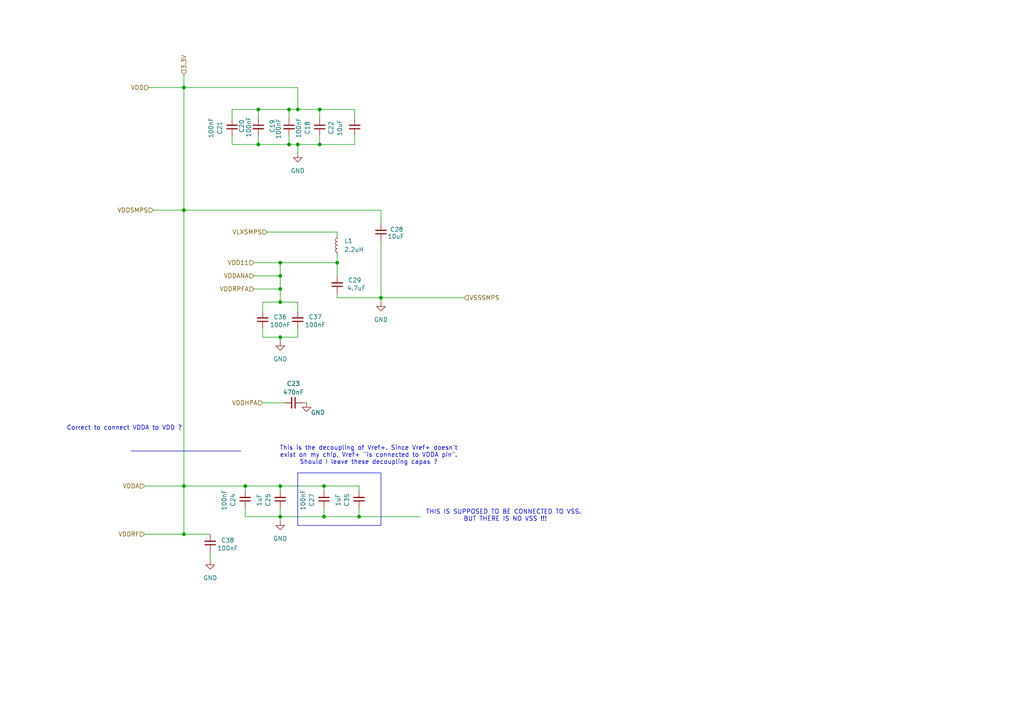
<source format=kicad_sch>
(kicad_sch (version 20250114) (generator "eeschema") (generator_version "9.0")
  (paper "A4")
  (lib_symbols
    (symbol "Device:C_Small" (pin_numbers (hide yes)) (pin_names (offset 0.254) (hide yes))
      (property "Reference" "C" (at 0.254 1.778 0))
      (property "Value" "C_Small" (at 0.254 -2.032 0))
      (symbol "C_Small_0_1"
        (polyline (pts (xy -1.524 0.508) (xy 1.524 0.508)) (stroke (width 0.3048)))
        (polyline (pts (xy -1.524 -0.508) (xy 1.524 -0.508)) (stroke (width 0.3302)))
      )
      (symbol "C_Small_1_1"
        (pin passive line (at 0 2.54 270) (length 2.032) (name "~") (number "1"))
        (pin passive line (at 0 -2.54 90) (length 2.032) (name "~") (number "2"))
      )
    )
    (symbol "Device:L_Small" (pin_numbers (hide yes)) (pin_names (offset 0.254) (hide yes))
      (property "Reference" "L" (at 0.762 1.016 0))
      (property "Value" "L_Small" (at 0.762 -1.016 0))
      (symbol "L_Small_0_1"
        (arc (start 0 2.032) (mid 0.5058 1.524) (end 0 1.016))
        (arc (start 0 1.016) (mid 0.5058 0.508) (end 0 0))
        (arc (start 0 0) (mid 0.5058 -0.508) (end 0 -1.016))
        (arc (start 0 -1.016) (mid 0.5058 -1.524) (end 0 -2.032))
      )
      (symbol "L_Small_1_1"
        (pin passive line (at 0 2.54 270) (length 0.508) (name "~") (number "1"))
        (pin passive line (at 0 -2.54 90) (length 0.508) (name "~") (number "2"))
      )
    )
    (symbol "power:GND" (power) (pin_numbers (hide yes)) (pin_names (offset 0) (hide yes))
      (property "Value" "GND" (at 0 -3.81 0))
      (symbol "GND_0_1"
        (polyline (pts (xy 0 0) (xy 0 -1.27) (xy 1.27 -1.27) (xy 0 -2.54) (xy -1.27 -1.27) (xy 0 -1.27)))
      )
      (symbol "GND_1_1"
        (pin power_in line (at 0 0 270) (length 0) (name "~") (number "1"))
      )
    )
  )
  (text "Correct to connect VDDA to VDD ?" (at 36.068 124.206 0) (effects (font (size 1.27 1.27))))
  (text "This is the decoupling of Vref+. Since Vref+ doesn't\nexist on my chip, Vref+ \"is connected to VDDA pin\".\nShould I leave these decoupling capas ?" (at 106.934 132.08 0) (effects (font (size 1.27 1.27))))
  (text "THIS IS SUPPOSED TO BE CONNECTED TO VSS. \nBUT THERE IS NO VSS !!!\n\n" (at 146.558 150.622 0) (effects (font (size 1.27 1.27))))
  (text_box "\n" (at 86.36 137.16 0) (size 24.13 15.24) (margins 0.9525 0.9525 0.9525 0.9525) (effects (font (size 1.27 1.27)) (justify left top)))
  (text_box "" (at 38.1 130.81 0) (size 31.75 0) (margins 0.9525 0.9525 0.9525 0.9525) (effects (font (size 1.27 1.27)) (justify left top)))
  (junction (at 81.28 83.82))
  (junction (at 71.12 140.97))
  (junction (at 86.36 41.91))
  (junction (at 81.28 97.79))
  (junction (at 81.28 76.2))
  (junction (at 93.98 140.97))
  (junction (at 74.93 31.75))
  (junction (at 74.93 41.91))
  (junction (at 110.49 86.36))
  (junction (at 92.71 31.75))
  (junction (at 92.71 41.91))
  (junction (at 81.28 87.63))
  (junction (at 81.28 140.97))
  (junction (at 86.36 31.75))
  (junction (at 53.34 25.4))
  (junction (at 93.98 149.86))
  (junction (at 81.28 149.86))
  (junction (at 53.34 60.96))
  (junction (at 83.82 41.91))
  (junction (at 53.34 140.97))
  (junction (at 104.14 149.86))
  (junction (at 81.28 80.01))
  (junction (at 53.34 154.94))
  (junction (at 97.79 76.2))
  (junction (at 83.82 31.75))
  (wire (pts (xy 97.79 76.2) (xy 81.28 76.2)))
  (wire (pts (xy 81.28 97.79) (xy 81.28 99.06)))
  (wire (pts (xy 53.34 60.96) (xy 53.34 140.97)))
  (wire (pts (xy 73.66 80.01) (xy 81.28 80.01)))
  (wire (pts (xy 43.18 25.4) (xy 53.34 25.4)))
  (wire (pts (xy 74.93 31.75) (xy 67.31 31.75)))
  (wire (pts (xy 93.98 140.97) (xy 93.98 142.24)))
  (wire (pts (xy 73.66 76.2) (xy 81.28 76.2)))
  (wire (pts (xy 77.47 67.31) (xy 97.79 67.31)))
  (wire (pts (xy 86.36 25.4) (xy 86.36 31.75)))
  (wire (pts (xy 104.14 149.86) (xy 121.92 149.86)))
  (wire (pts (xy 110.49 64.77) (xy 110.49 60.96)))
  (wire (pts (xy 76.2 87.63) (xy 76.2 90.17)))
  (wire (pts (xy 93.98 140.97) (xy 104.14 140.97)))
  (wire (pts (xy 81.28 76.2) (xy 81.28 80.01)))
  (wire (pts (xy 76.2 97.79) (xy 81.28 97.79)))
  (wire (pts (xy 86.36 95.25) (xy 86.36 97.79)))
  (wire (pts (xy 71.12 140.97) (xy 71.12 142.24)))
  (wire (pts (xy 53.34 60.96) (xy 110.49 60.96)))
  (wire (pts (xy 97.79 67.31) (xy 97.79 68.58)))
  (wire (pts (xy 86.36 41.91) (xy 92.71 41.91)))
  (wire (pts (xy 110.49 86.36) (xy 134.62 86.36)))
  (wire (pts (xy 88.9 116.84) (xy 87.63 116.84)))
  (wire (pts (xy 53.34 140.97) (xy 53.34 154.94)))
  (wire (pts (xy 71.12 149.86) (xy 81.28 149.86)))
  (wire (pts (xy 71.12 147.32) (xy 71.12 149.86)))
  (wire (pts (xy 53.34 25.4) (xy 86.36 25.4)))
  (wire (pts (xy 74.93 39.37) (xy 74.93 41.91)))
  (wire (pts (xy 104.14 147.32) (xy 104.14 149.86)))
  (wire (pts (xy 53.34 25.4) (xy 53.34 60.96)))
  (wire (pts (xy 102.87 31.75) (xy 102.87 34.29)))
  (wire (pts (xy 97.79 76.2) (xy 97.79 80.01)))
  (wire (pts (xy 71.12 140.97) (xy 81.28 140.97)))
  (wire (pts (xy 73.66 83.82) (xy 81.28 83.82)))
  (wire (pts (xy 97.79 86.36) (xy 110.49 86.36)))
  (wire (pts (xy 110.49 69.85) (xy 110.49 86.36)))
  (wire (pts (xy 67.31 31.75) (xy 67.31 34.29)))
  (wire (pts (xy 81.28 140.97) (xy 81.28 142.24)))
  (wire (pts (xy 92.71 31.75) (xy 102.87 31.75)))
  (wire (pts (xy 81.28 149.86) (xy 81.28 147.32)))
  (wire (pts (xy 110.49 86.36) (xy 110.49 87.63)))
  (wire (pts (xy 92.71 34.29) (xy 92.71 31.75)))
  (wire (pts (xy 76.2 95.25) (xy 76.2 97.79)))
  (wire (pts (xy 81.28 140.97) (xy 93.98 140.97)))
  (wire (pts (xy 53.34 154.94) (xy 41.91 154.94)))
  (wire (pts (xy 86.36 87.63) (xy 86.36 90.17)))
  (wire (pts (xy 76.2 87.63) (xy 81.28 87.63)))
  (wire (pts (xy 67.31 41.91) (xy 67.31 39.37)))
  (wire (pts (xy 74.93 31.75) (xy 74.93 34.29)))
  (wire (pts (xy 53.34 140.97) (xy 71.12 140.97)))
  (wire (pts (xy 86.36 41.91) (xy 86.36 44.45)))
  (wire (pts (xy 81.28 87.63) (xy 86.36 87.63)))
  (wire (pts (xy 81.28 83.82) (xy 81.28 87.63)))
  (wire (pts (xy 81.28 80.01) (xy 81.28 83.82)))
  (wire (pts (xy 41.91 140.97) (xy 53.34 140.97)))
  (wire (pts (xy 102.87 41.91) (xy 102.87 39.37)))
  (wire (pts (xy 97.79 86.36) (xy 97.79 85.09)))
  (wire (pts (xy 86.36 31.75) (xy 83.82 31.75)))
  (wire (pts (xy 104.14 140.97) (xy 104.14 142.24)))
  (wire (pts (xy 83.82 31.75) (xy 83.82 34.29)))
  (wire (pts (xy 76.2 116.84) (xy 82.55 116.84)))
  (wire (pts (xy 74.93 31.75) (xy 83.82 31.75)))
  (wire (pts (xy 67.31 41.91) (xy 74.93 41.91)))
  (wire (pts (xy 81.28 151.13) (xy 81.28 149.86)))
  (wire (pts (xy 92.71 41.91) (xy 102.87 41.91)))
  (wire (pts (xy 97.79 73.66) (xy 97.79 76.2)))
  (wire (pts (xy 86.36 41.91) (xy 83.82 41.91)))
  (wire (pts (xy 92.71 39.37) (xy 92.71 41.91)))
  (wire (pts (xy 74.93 41.91) (xy 83.82 41.91)))
  (wire (pts (xy 104.14 149.86) (xy 93.98 149.86)))
  (wire (pts (xy 81.28 149.86) (xy 93.98 149.86)))
  (wire (pts (xy 83.82 39.37) (xy 83.82 41.91)))
  (wire (pts (xy 92.71 31.75) (xy 86.36 31.75)))
  (wire (pts (xy 60.96 154.94) (xy 53.34 154.94)))
  (wire (pts (xy 60.96 160.02) (xy 60.96 162.56)))
  (wire (pts (xy 81.28 97.79) (xy 86.36 97.79)))
  (wire (pts (xy 93.98 147.32) (xy 93.98 149.86)))
  (wire (pts (xy 53.34 21.59) (xy 53.34 25.4)))
  (wire (pts (xy 44.45 60.96) (xy 53.34 60.96)))
  (hierarchical_label "3.3V" (shape input) (at 53.34 21.59 90))
  (hierarchical_label "VDDANA" (shape input) (at 73.66 80.01 180))
  (hierarchical_label "VDD" (shape input) (at 43.18 25.4 180))
  (hierarchical_label "VDDRF" (shape input) (at 41.91 154.94 180))
  (hierarchical_label "VSSSMPS" (shape input) (at 134.62 86.36 0))
  (hierarchical_label "VDDRPFA" (shape input) (at 73.66 83.82 180))
  (hierarchical_label "VDD11" (shape input) (at 73.66 76.2 180))
  (hierarchical_label "VDDHPA" (shape input) (at 76.2 116.84 180))
  (hierarchical_label "VDDSMPS" (shape input) (at 44.45 60.96 180))
  (hierarchical_label "VLXSMPS" (shape input) (at 77.47 67.31 180))
  (hierarchical_label "VDDA" (shape input) (at 41.91 140.97 180))
  (symbol (lib_id "Device:C_Small") (at 60.96 157.48 180) (unit 1)
    (property "Reference" "C38" (at 66.04 156.718 0))
    (property "Value" "100nF" (at 66.04 159.004 0))
    (property "Description" "Unpolarized capacitor, small symbol" (effects (hide yes)))
  )
  (symbol (lib_id "Device:C_Small") (at 81.28 144.78 180) (unit 1)
    (property "Reference" "C25" (at 77.724 145.034 90))
    (property "Value" "1uF" (at 75.184 145.034 90))
    (property "Description" "Unpolarized capacitor, small symbol" (effects (hide yes)))
  )
  (symbol (lib_id "Device:L_Small") (at 97.79 71.12 180) (unit 1)
    (property "Reference" "L1" (at 99.822 69.85 0) (effects (justify right)))
    (property "Value" "2.2uH" (at 99.822 72.39 0) (effects (justify right)))
    (property "Description" "Inductor, small symbol" (effects (hide yes)))
  )
  (symbol (lib_id "Device:C_Small") (at 92.71 36.83 180) (unit 1)
    (property "Reference" "C18" (at 89.154 37.084 90))
    (property "Value" "100nF" (at 86.614 37.084 90))
    (property "Description" "Unpolarized capacitor, small symbol" (effects (hide yes)))
  )
  (symbol (lib_id "power:GND") (at 88.9 116.84 0) (unit 1)
    (property "Reference" "#PWR026" (effects (hide yes)))
    (property "Value" "GND" (at 92.202 119.634 0))
    (property "Description" "Power symbol creates a global label with name \"GND\" , ground" (effects (hide yes)))
  )
  (symbol (lib_id "Device:C_Small") (at 93.98 144.78 180) (unit 1)
    (property "Reference" "C27" (at 90.424 145.034 90))
    (property "Value" "100nF" (at 87.884 145.034 90))
    (property "Description" "Unpolarized capacitor, small symbol" (effects (hide yes)))
  )
  (symbol (lib_id "Device:C_Small") (at 83.82 36.83 0) (unit 1)
    (property "Reference" "C19" (at 78.994 36.576 90))
    (property "Value" "100nF" (at 80.772 37.338 90))
    (property "Description" "Unpolarized capacitor, small symbol" (effects (hide yes)))
  )
  (symbol (lib_id "Device:C_Small") (at 97.79 82.55 180) (unit 1)
    (property "Reference" "C29" (at 102.87 81.28 0))
    (property "Value" "4.7uF" (at 103.378 83.566 0))
    (property "Description" "Unpolarized capacitor, small symbol" (effects (hide yes)))
  )
  (symbol (lib_id "power:GND") (at 81.28 99.06 0) (unit 1)
    (property "Reference" "#PWR03" (effects (hide yes)))
    (property "Value" "GND" (at 81.28 104.14 0))
    (property "Description" "Power symbol creates a global label with name \"GND\" , ground" (effects (hide yes)))
  )
  (symbol (lib_id "Device:C_Small") (at 76.2 92.71 180) (unit 1)
    (property "Reference" "C36" (at 81.28 91.948 0))
    (property "Value" "100nF" (at 81.28 94.234 0))
    (property "Description" "Unpolarized capacitor, small symbol" (effects (hide yes)))
  )
  (symbol (lib_id "Device:C_Small") (at 104.14 144.78 180) (unit 1)
    (property "Reference" "C35" (at 100.584 145.034 90))
    (property "Value" "1uF" (at 98.044 145.034 90))
    (property "Description" "Unpolarized capacitor, small symbol" (effects (hide yes)))
  )
  (symbol (lib_id "Device:C_Small") (at 67.31 36.83 180) (unit 1)
    (property "Reference" "C21" (at 63.754 37.084 90))
    (property "Value" "100nF" (at 61.214 37.084 90))
    (property "Description" "Unpolarized capacitor, small symbol" (effects (hide yes)))
  )
  (symbol (lib_id "power:GND") (at 110.49 87.63 0) (unit 1)
    (property "Reference" "#PWR028" (effects (hide yes)))
    (property "Value" "GND" (at 110.49 92.71 0))
    (property "Description" "Power symbol creates a global label with name \"GND\" , ground" (effects (hide yes)))
  )
  (symbol (lib_id "Device:C_Small") (at 102.87 36.83 180) (unit 1)
    (property "Reference" "C22" (at 96.012 37.084 90))
    (property "Value" "10uF" (at 98.552 37.084 90))
    (property "Description" "Unpolarized capacitor, small symbol" (effects (hide yes)))
  )
  (symbol (lib_id "Device:C_Small") (at 85.09 116.84 270) (unit 1)
    (property "Reference" "C23" (at 85.09 111.252 90))
    (property "Value" "470nF" (at 85.09 113.792 90))
    (property "Description" "Unpolarized capacitor, small symbol" (effects (hide yes)))
  )
  (symbol (lib_id "Device:C_Small") (at 71.12 144.78 180) (unit 1)
    (property "Reference" "C24" (at 67.564 145.034 90))
    (property "Value" "100nF" (at 65.024 145.034 90))
    (property "Description" "Unpolarized capacitor, small symbol" (effects (hide yes)))
  )
  (symbol (lib_id "power:GND") (at 81.28 151.13 0) (unit 1)
    (property "Reference" "#PWR024" (effects (hide yes)))
    (property "Value" "GND" (at 81.28 156.21 0))
    (property "Description" "Power symbol creates a global label with name \"GND\" , ground" (effects (hide yes)))
  )
  (symbol (lib_id "power:GND") (at 86.36 44.45 0) (unit 1)
    (property "Reference" "#PWR025" (effects (hide yes)))
    (property "Value" "GND" (at 86.36 49.53 0))
    (property "Description" "Power symbol creates a global label with name \"GND\" , ground" (effects (hide yes)))
  )
  (symbol (lib_id "Device:C_Small") (at 110.49 67.31 180) (unit 1)
    (property "Reference" "C28" (at 115.062 66.548 0))
    (property "Value" "10uF" (at 114.808 68.58 0))
    (property "Description" "Unpolarized capacitor, small symbol" (effects (hide yes)))
  )
  (symbol (lib_id "Device:C_Small") (at 86.36 92.71 180) (unit 1)
    (property "Reference" "C37" (at 91.44 91.948 0))
    (property "Value" "100nF" (at 91.44 94.234 0))
    (property "Description" "Unpolarized capacitor, small symbol" (effects (hide yes)))
  )
  (symbol (lib_id "power:GND") (at 60.96 162.56 0) (unit 1)
    (property "Reference" "#PWR01" (effects (hide yes)))
    (property "Value" "GND" (at 60.96 167.64 0))
    (property "Description" "Power symbol creates a global label with name \"GND\" , ground" (effects (hide yes)))
  )
  (symbol (lib_id "Device:C_Small") (at 74.93 36.83 0) (unit 1)
    (property "Reference" "C20" (at 70.104 36.576 90))
    (property "Value" "100nF" (at 72.136 36.83 90))
    (property "Description" "Unpolarized capacitor, small symbol" (effects (hide yes)))
  )
)
</source>
